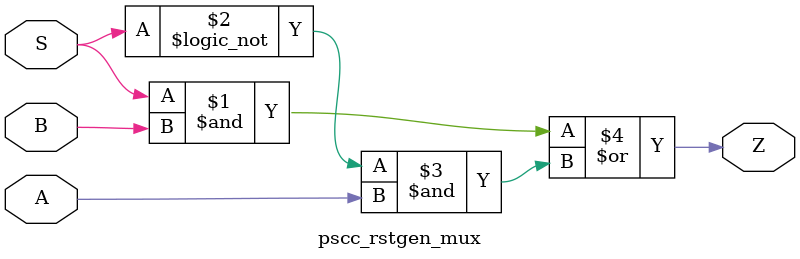
<source format=v>
module   pscc_rstgen_mux(
output   Z,
input    A, //synch_rst
input    B, //rst_n
input    S  //scan_mode 
);
assign   Z  = ((S&B)|((!S)&A));
endmodule


</source>
